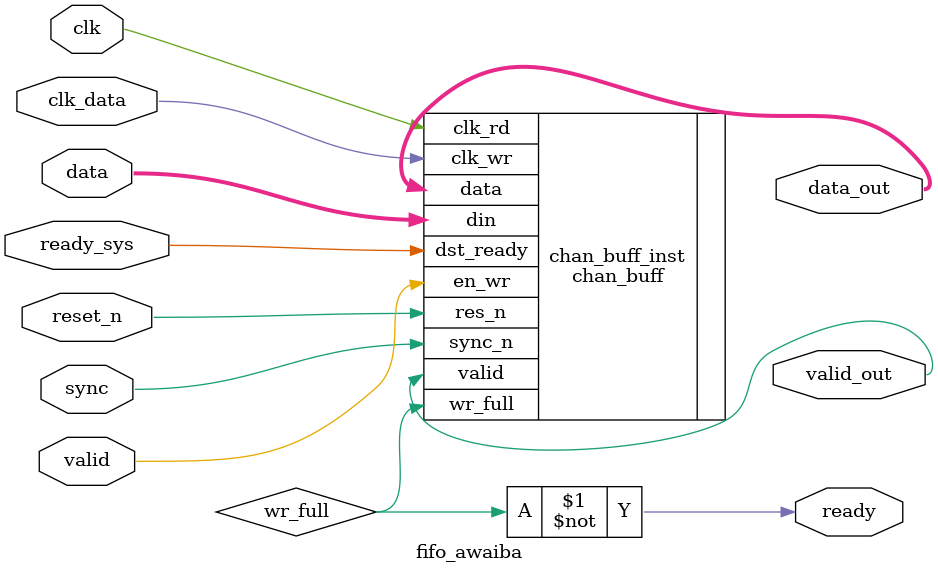
<source format=v>
module fifo_awaiba(
//external interface
	clk_data,	//data clock from connector
	data,		//13 bit data from connector
	ready,		//ready to connector
	valid,		//valid from connector
//system interface
	clk,		//data clock from system (125 MHz)
	reset_n,	//system reset
	sync,		//sync from system
	data_out,	//output data to system
	valid_out,	//valid to system
	ready_sys	//ready from system
);

input			clk_data;
input	[12:0]	data;
output			ready;
input			valid;
input			clk;
input			reset_n;
input			sync;
output	[12:0]	data_out;
output			valid_out;
input			ready_sys;

wire	wr_full;

assign	ready = ~wr_full;

chan_buff chan_buff_inst(
	.sync_n(sync),
	.res_n(reset_n),
	.clk_wr(clk_data),
	.en_wr(valid),
	.din(data),
	.wr_full(wr_full),
	.dst_ready(ready_sys),
	.clk_rd(clk),
	.valid(valid_out),
	.data(data_out)
);



endmodule
</source>
